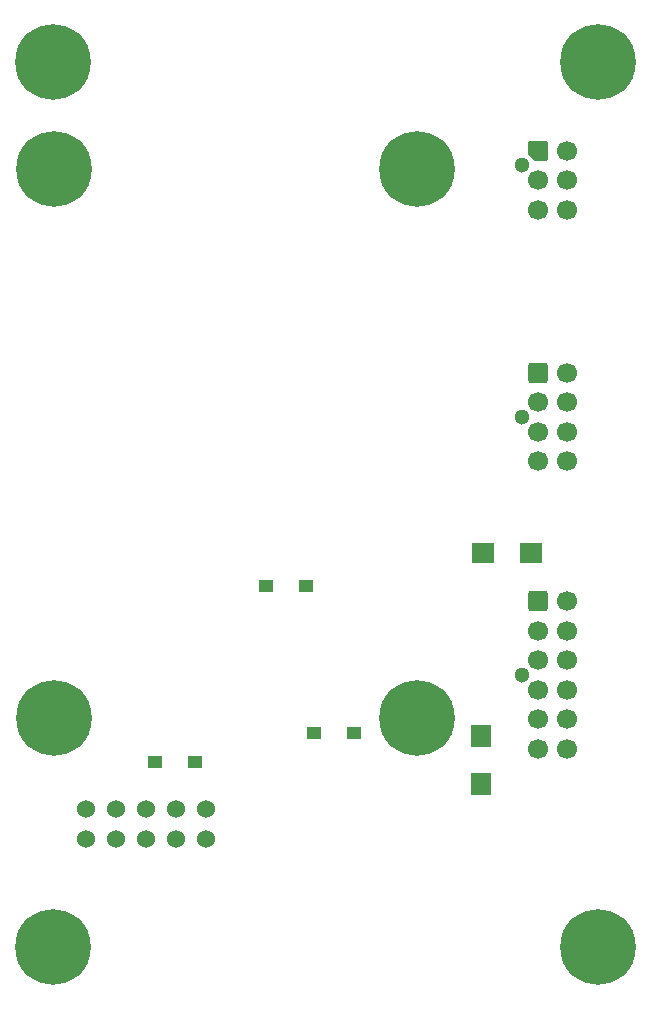
<source format=gbr>
%TF.GenerationSoftware,KiCad,Pcbnew,9.0.0*%
%TF.CreationDate,2026-01-13T23:36:18-06:00*%
%TF.ProjectId,PTN-PumpControlBoard,50544e2d-5075-46d7-9043-6f6e74726f6c,rev?*%
%TF.SameCoordinates,Original*%
%TF.FileFunction,Soldermask,Bot*%
%TF.FilePolarity,Negative*%
%FSLAX46Y46*%
G04 Gerber Fmt 4.6, Leading zero omitted, Abs format (unit mm)*
G04 Created by KiCad (PCBNEW 9.0.0) date 2026-01-13 23:36:18*
%MOMM*%
%LPD*%
G01*
G04 APERTURE LIST*
G04 Aperture macros list*
%AMRoundRect*
0 Rectangle with rounded corners*
0 $1 Rounding radius*
0 $2 $3 $4 $5 $6 $7 $8 $9 X,Y pos of 4 corners*
0 Add a 4 corners polygon primitive as box body*
4,1,4,$2,$3,$4,$5,$6,$7,$8,$9,$2,$3,0*
0 Add four circle primitives for the rounded corners*
1,1,$1+$1,$2,$3*
1,1,$1+$1,$4,$5*
1,1,$1+$1,$6,$7*
1,1,$1+$1,$8,$9*
0 Add four rect primitives between the rounded corners*
20,1,$1+$1,$2,$3,$4,$5,0*
20,1,$1+$1,$4,$5,$6,$7,0*
20,1,$1+$1,$6,$7,$8,$9,0*
20,1,$1+$1,$8,$9,$2,$3,0*%
%AMFreePoly0*
4,1,22,0.695671,0.830970,0.776777,0.776777,0.830970,0.695671,0.850000,0.600000,0.850000,-0.600000,0.830970,-0.695671,0.776777,-0.776777,0.695671,-0.830970,0.600000,-0.850000,-0.200000,-0.850000,-0.295671,-0.830970,-0.376777,-0.776777,-0.776777,-0.376777,-0.830970,-0.295671,-0.850000,-0.200000,-0.850000,0.600000,-0.830970,0.695671,-0.776777,0.776777,-0.695671,0.830970,-0.600000,0.850000,
0.600000,0.850000,0.695671,0.830970,0.695671,0.830970,$1*%
G04 Aperture macros list end*
%ADD10R,1.143000X0.990600*%
%ADD11C,3.600000*%
%ADD12C,6.400000*%
%ADD13C,1.524000*%
%ADD14C,1.300000*%
%ADD15RoundRect,0.250000X-0.600000X-0.600000X0.600000X-0.600000X0.600000X0.600000X-0.600000X0.600000X0*%
%ADD16C,1.700000*%
%ADD17FreePoly0,0.000000*%
%ADD18R,1.970000X1.670000*%
%ADD19R,1.670000X1.970000*%
G04 APERTURE END LIST*
D10*
%TO.C,D2*%
X138660900Y-113300000D03*
X142039100Y-113300000D03*
%TD*%
D11*
%TO.C,H2*%
X116608500Y-131450000D03*
D12*
X116608500Y-131450000D03*
%TD*%
D11*
%TO.C,H4*%
X116600000Y-56500000D03*
D12*
X116600000Y-56500000D03*
%TD*%
D13*
%TO.C,J5*%
X119368500Y-119714000D03*
X119368500Y-122254000D03*
X121908500Y-119714000D03*
X121908500Y-122254000D03*
X124448500Y-119714000D03*
X124448500Y-122254000D03*
X126988500Y-119714000D03*
X126988500Y-122254000D03*
X129528500Y-119714000D03*
X129528500Y-122254000D03*
%TD*%
D11*
%TO.C,J4*%
X147418500Y-112014000D03*
D12*
X147418500Y-112014000D03*
D11*
X116668500Y-112014000D03*
D12*
X116668500Y-112014000D03*
D11*
X116668500Y-65544000D03*
D12*
X116668500Y-65544000D03*
D11*
X147408500Y-65544000D03*
D12*
X147408500Y-65544000D03*
%TD*%
D14*
%TO.C,J3*%
X156268500Y-108414000D03*
D15*
X157608500Y-102164000D03*
D16*
X157608500Y-104664000D03*
X157608500Y-107164000D03*
X157608500Y-109664000D03*
X157608500Y-112164000D03*
X157608500Y-114664000D03*
X160108500Y-102164000D03*
X160108500Y-104664000D03*
X160108500Y-107164000D03*
X160108500Y-109664000D03*
X160108500Y-112164000D03*
X160108500Y-114664000D03*
%TD*%
D14*
%TO.C,J2*%
X156268500Y-86564000D03*
D15*
X157608500Y-82814000D03*
D16*
X157608500Y-85314000D03*
X157608500Y-87814000D03*
X157608500Y-90314000D03*
X160108500Y-82814000D03*
X160108500Y-85314000D03*
X160108500Y-87814000D03*
X160108500Y-90314000D03*
%TD*%
D11*
%TO.C,H3*%
X162750000Y-56500000D03*
D12*
X162750000Y-56500000D03*
%TD*%
D14*
%TO.C,J1*%
X156268500Y-65250000D03*
D16*
X157608500Y-69000000D03*
X157608500Y-66500000D03*
D17*
X157608500Y-64000000D03*
D16*
X160108500Y-69000000D03*
X160108500Y-66500000D03*
X160108500Y-64000000D03*
%TD*%
D11*
%TO.C,H1*%
X162750000Y-131414000D03*
D12*
X162750000Y-131414000D03*
%TD*%
D10*
%TO.C,D1*%
X134610900Y-100900000D03*
X137989100Y-100900000D03*
%TD*%
%TO.C,D4*%
X125210900Y-115800000D03*
X128589100Y-115800000D03*
%TD*%
D18*
%TO.C,D14*%
X157025000Y-98100000D03*
X152975000Y-98100000D03*
%TD*%
D19*
%TO.C,D13*%
X152800000Y-113575000D03*
X152800000Y-117625000D03*
%TD*%
M02*

</source>
